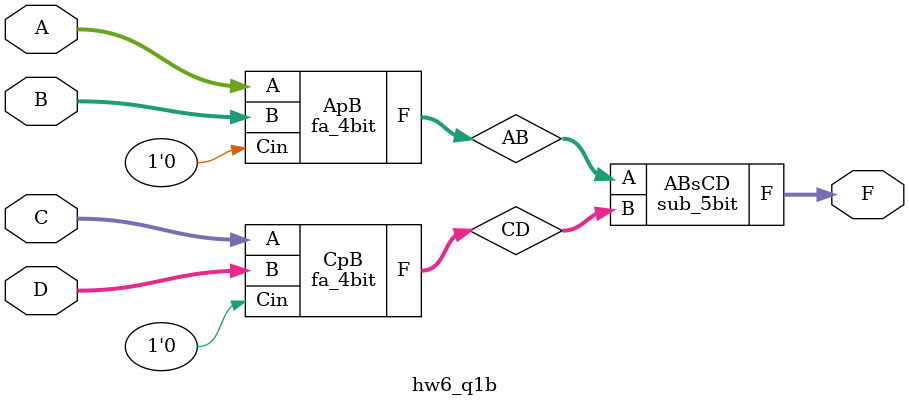
<source format=v>
module fa (
  input a, b, cin,
  output cout, sum
);

  wire gen;
  wire prop;

  assign prop = a ^ b;
  assign gen  = a & b;

  assign cout = ( cin & prop ) | gen;
  assign sum  = prop ^ cin;

endmodule

module fa_4bit (
  input [3:0] A, B,
  input Cin,
  output [4:0] F
);

  wire [3:1] carry;

  fa U0 ( .a(A[0]), .b(B[0]), .cin(Cin),      .cout(carry[1]), .sum(F[0]) );
  fa U1 ( .a(A[1]), .b(B[1]), .cin(carry[1]), .cout(carry[2]), .sum(F[1]) );
  fa U2 ( .a(A[2]), .b(B[2]), .cin(carry[2]), .cout(carry[3]), .sum(F[2]) );
  fa U3 ( .a(A[3]), .b(B[3]), .cin(carry[3]), .cout(F[4]),     .sum(F[3]) );

endmodule

module sub_5bit (
  input [4:0] A, B,
  output [4:0] F
);

  wire [4:1] carry;
  wire [4:0] Bn;
  assign Bn = ~B;

  fa U0 ( .a(A[0]), .b(Bn[0]), .cin(1'b1),     .cout(carry[1]), .sum(F[0]) );
  fa U1 ( .a(A[1]), .b(Bn[1]), .cin(carry[1]), .cout(carry[2]), .sum(F[1]) );
  fa U2 ( .a(A[2]), .b(Bn[2]), .cin(carry[2]), .cout(carry[3]), .sum(F[2]) );
  fa U3 ( .a(A[3]), .b(Bn[3]), .cin(carry[3]), .cout(carry[4]), .sum(F[3]) );
  fa U4 ( .a(A[4]), .b(Bn[4]), .cin(carry[4]),                  .sum(F[4]) );

endmodule

module hw6_q1b (
  input [3:0] A, B, C, D,
  output [4:0] F
);

  wire [4:0] AB, CD;

  fa_4bit ApB ( .A(A), .B(B), .Cin(1'b0), .F(AB) );
  fa_4bit CpB ( .A(C), .B(D), .Cin(1'b0), .F(CD) );
  sub_5bit ABsCD ( .A(AB), .B(CD), .F(F) );

endmodule

</source>
